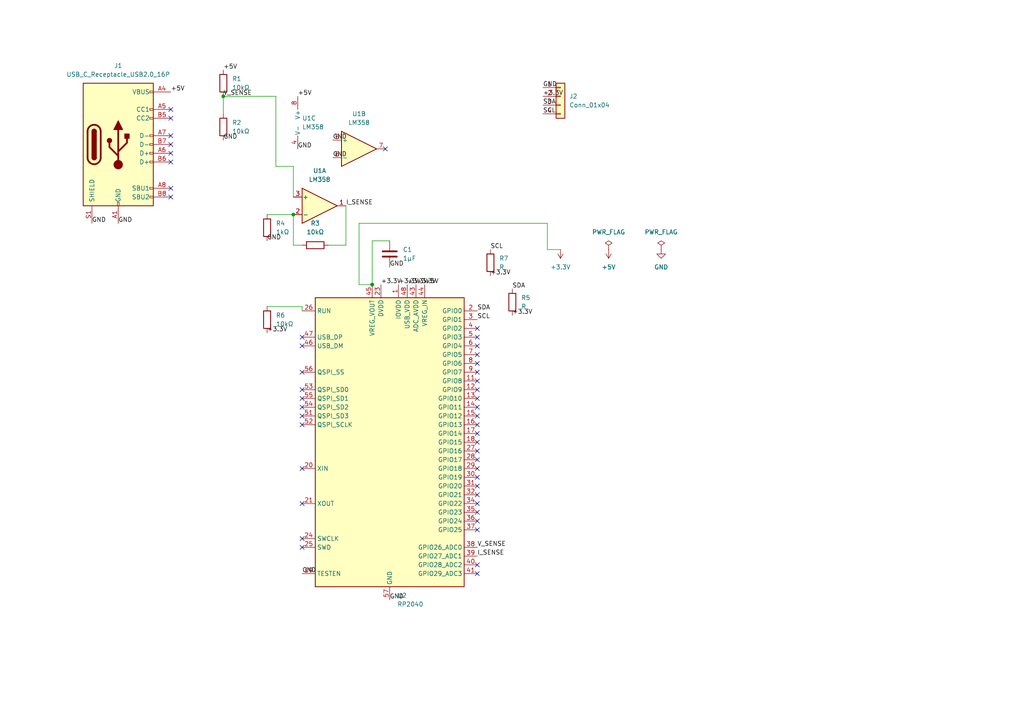
<source format=kicad_sch>
(kicad_sch (version 20231120) (generator "eeschema") (generator_version "8.0")
  (paper "A4")
  (lib_symbols
    (symbol "Amplifier_Operational:LM358" (pin_names (offset 0.127))
      (property "Reference" "U" (at 0 5.08 0))
      (property "Value" "LM358" (at 0 -5.08 0))
      (symbol "LM358_1_1"
        (polyline (pts (xy -5.08 5.08) (xy 5.08 0) (xy -5.08 -5.08) (xy -5.08 5.08)) (stroke (width 0.254)) (fill (type background)))
        (pin output line (at 7.62 0 180) (length 2.54) (name "~") (number "1"))
        (pin input line (at -7.62 -2.54 0) (length 2.54) (name "-") (number "2"))
        (pin input line (at -7.62 2.54 0) (length 2.54) (name "+") (number "3"))
      )
      (symbol "LM358_2_1"
        (polyline (pts (xy -5.08 5.08) (xy 5.08 0) (xy -5.08 -5.08) (xy -5.08 5.08)) (stroke (width 0.254)) (fill (type background)))
        (pin input line (at -7.62 2.54 0) (length 2.54) (name "+") (number "5"))
        (pin input line (at -7.62 -2.54 0) (length 2.54) (name "-") (number "6"))
        (pin output line (at 7.62 0 180) (length 2.54) (name "~") (number "7"))
      )
      (symbol "LM358_3_1"
        (pin power_in line (at -2.54 -7.62 90) (length 3.81) (name "V-") (number "4"))
        (pin power_in line (at -2.54 7.62 270) (length 3.81) (name "V+") (number "8"))
      )
    )
    (symbol "Connector:USB_C_Receptacle_USB2.0_16P" (pin_names (offset 1.016))
      (property "Reference" "J" (at 0 22.225 0))
      (property "Value" "USB_C_Receptacle_USB2.0_16P" (at 0 19.685 0))
      (symbol "USB_C_Receptacle_USB2.0_16P_0_0"
        (rectangle (start -0.254 -17.78) (end 0.254 -16.764))
        (rectangle (start 10.16 -14.986) (end 9.144 -15.494))
        (rectangle (start 10.16 -12.446) (end 9.144 -12.954))
        (rectangle (start 10.16 -4.826) (end 9.144 -5.334))
        (rectangle (start 10.16 -2.286) (end 9.144 -2.794))
        (rectangle (start 10.16 0.254) (end 9.144 -0.254))
        (rectangle (start 10.16 2.794) (end 9.144 2.286))
        (rectangle (start 10.16 7.874) (end 9.144 7.366))
        (rectangle (start 10.16 10.414) (end 9.144 9.906))
        (rectangle (start 10.16 15.494) (end 9.144 14.986))
      )
      (symbol "USB_C_Receptacle_USB2.0_16P_0_1"
        (rectangle (start -10.16 17.78) (end 10.16 -17.78) (stroke (width 0.254)) (fill (type background)))
        (arc (start -8.89 -3.81) (mid -6.985 -5.7067) (end -5.08 -3.81) (stroke (width 0.508)))
        (arc (start -7.62 -3.81) (mid -6.985 -4.4423) (end -6.35 -3.81) (stroke (width 0.254)))
        (arc (start -7.62 -3.81) (mid -6.985 -4.4423) (end -6.35 -3.81) (stroke (width 0.254)) (fill (type outline)))
        (rectangle (start -7.62 -3.81) (end -6.35 3.81) (stroke (width 0.254)) (fill (type outline)))
        (arc (start -6.35 3.81) (mid -6.985 4.4423) (end -7.62 3.81) (stroke (width 0.254)))
        (arc (start -6.35 3.81) (mid -6.985 4.4423) (end -7.62 3.81) (stroke (width 0.254)) (fill (type outline)))
        (arc (start -5.08 3.81) (mid -6.985 5.7067) (end -8.89 3.81) (stroke (width 0.508)))
        (circle (center -2.54 1.143) (radius 0.635) (stroke (width 0.254)) (fill (type outline)))
        (circle (center 0 -5.842) (radius 1.27) (fill (type outline)))
        (polyline (pts (xy -8.89 -3.81) (xy -8.89 3.81)) (stroke (width 0.508)))
        (polyline (pts (xy -5.08 3.81) (xy -5.08 -3.81)) (stroke (width 0.508)))
        (polyline (pts (xy 0 -5.842) (xy 0 4.318)) (stroke (width 0.508)))
        (polyline (pts (xy 0 -3.302) (xy -2.54 -0.762) (xy -2.54 0.508)) (stroke (width 0.508)))
        (polyline (pts (xy 0 -2.032) (xy 2.54 0.508) (xy 2.54 1.778)) (stroke (width 0.508)))
        (polyline (pts (xy -1.27 4.318) (xy 0 6.858) (xy 1.27 4.318) (xy -1.27 4.318)) (stroke (width 0.254)) (fill (type outline)))
        (rectangle (start 1.905 1.778) (end 3.175 3.048) (stroke (width 0.254)) (fill (type outline)))
      )
      (symbol "USB_C_Receptacle_USB2.0_16P_1_1"
        (pin passive line (at 0 -22.86 90) (length 5.08) (name "GND") (number "A1"))
        (pin passive line (at 0 -22.86 90) (length 5.08) hide (name "GND") (number "A12"))
        (pin passive line (at 15.24 15.24 180) (length 5.08) (name "VBUS") (number "A4"))
        (pin bidirectional line (at 15.24 10.16 180) (length 5.08) (name "CC1") (number "A5"))
        (pin bidirectional line (at 15.24 -2.54 180) (length 5.08) (name "D+") (number "A6"))
        (pin bidirectional line (at 15.24 2.54 180) (length 5.08) (name "D-") (number "A7"))
        (pin bidirectional line (at 15.24 -12.7 180) (length 5.08) (name "SBU1") (number "A8"))
        (pin passive line (at 15.24 15.24 180) (length 5.08) hide (name "VBUS") (number "A9"))
        (pin passive line (at 0 -22.86 90) (length 5.08) hide (name "GND") (number "B1"))
        (pin passive line (at 0 -22.86 90) (length 5.08) hide (name "GND") (number "B12"))
        (pin passive line (at 15.24 15.24 180) (length 5.08) hide (name "VBUS") (number "B4"))
        (pin bidirectional line (at 15.24 7.62 180) (length 5.08) (name "CC2") (number "B5"))
        (pin bidirectional line (at 15.24 -5.08 180) (length 5.08) (name "D+") (number "B6"))
        (pin bidirectional line (at 15.24 0 180) (length 5.08) (name "D-") (number "B7"))
        (pin bidirectional line (at 15.24 -15.24 180) (length 5.08) (name "SBU2") (number "B8"))
        (pin passive line (at 15.24 15.24 180) (length 5.08) hide (name "VBUS") (number "B9"))
        (pin passive line (at -7.62 -22.86 90) (length 5.08) (name "SHIELD") (number "S1"))
      )
    )
    (symbol "Connector_Generic:Conn_01x04" (pin_names (offset 1.016) hide)
      (property "Reference" "J" (at 0 5.08 0))
      (property "Value" "Conn_01x04" (at 0 -7.62 0))
      (symbol "Conn_01x04_1_1"
        (rectangle (start -1.27 -4.953) (end 0 -5.207) (stroke (width 0.1524)))
        (rectangle (start -1.27 -2.413) (end 0 -2.667) (stroke (width 0.1524)))
        (rectangle (start -1.27 0.127) (end 0 -0.127) (stroke (width 0.1524)))
        (rectangle (start -1.27 2.667) (end 0 2.413) (stroke (width 0.1524)))
        (rectangle (start -1.27 3.81) (end 1.27 -6.35) (stroke (width 0.254)) (fill (type background)))
        (pin passive line (at -5.08 2.54 0) (length 3.81) (name "Pin_1") (number "1"))
        (pin passive line (at -5.08 0 0) (length 3.81) (name "Pin_2") (number "2"))
        (pin passive line (at -5.08 -2.54 0) (length 3.81) (name "Pin_3") (number "3"))
        (pin passive line (at -5.08 -5.08 0) (length 3.81) (name "Pin_4") (number "4"))
      )
    )
    (symbol "Device:C" (pin_numbers hide) (pin_names (offset 0.254))
      (property "Reference" "C" (at 0.635 2.54 0))
      (property "Value" "C" (at 0.635 -2.54 0))
      (symbol "C_0_1"
        (polyline (pts (xy -2.032 -0.762) (xy 2.032 -0.762)) (stroke (width 0.508)))
        (polyline (pts (xy -2.032 0.762) (xy 2.032 0.762)) (stroke (width 0.508)))
      )
      (symbol "C_1_1"
        (pin passive line (at 0 3.81 270) (length 2.794) (name "~") (number "1"))
        (pin passive line (at 0 -3.81 90) (length 2.794) (name "~") (number "2"))
      )
    )
    (symbol "Device:R" (pin_numbers hide) (pin_names (offset 0))
      (property "Reference" "R" (at 2.032 0 90))
      (property "Value" "R" (at 0 0 90))
      (symbol "R_0_1"
        (rectangle (start -1.016 -2.54) (end 1.016 2.54) (stroke (width 0.254)))
      )
      (symbol "R_1_1"
        (pin passive line (at 0 3.81 270) (length 1.27) (name "~") (number "1"))
        (pin passive line (at 0 -3.81 90) (length 1.27) (name "~") (number "2"))
      )
    )
    (symbol "MCU_RaspberryPi:RP2040"
      (property "Reference" "U" (at 17.78 45.72 0))
      (property "Value" "RP2040" (at 17.78 43.18 0))
      (symbol "RP2040_0_1"
        (rectangle (start -21.59 41.91) (end 21.59 -41.91) (stroke (width 0.254)) (fill (type background)))
      )
      (symbol "RP2040_1_1"
        (pin power_in line (at 2.54 45.72 270) (length 3.81) (name "IOVDD") (number "1"))
        (pin passive line (at 2.54 45.72 270) (length 3.81) hide (name "IOVDD") (number "10"))
        (pin bidirectional line (at 25.4 17.78 180) (length 3.81) (name "GPIO8") (number "11"))
        (pin bidirectional line (at 25.4 15.24 180) (length 3.81) (name "GPIO9") (number "12"))
        (pin bidirectional line (at 25.4 12.7 180) (length 3.81) (name "GPIO10") (number "13"))
        (pin bidirectional line (at 25.4 10.16 180) (length 3.81) (name "GPIO11") (number "14"))
        (pin bidirectional line (at 25.4 7.62 180) (length 3.81) (name "GPIO12") (number "15"))
        (pin bidirectional line (at 25.4 5.08 180) (length 3.81) (name "GPIO13") (number "16"))
        (pin bidirectional line (at 25.4 2.54 180) (length 3.81) (name "GPIO14") (number "17"))
        (pin bidirectional line (at 25.4 0 180) (length 3.81) (name "GPIO15") (number "18"))
        (pin input line (at -25.4 -38.1 0) (length 3.81) (name "TESTEN") (number "19"))
        (pin bidirectional line (at 25.4 38.1 180) (length 3.81) (name "GPIO0") (number "2"))
        (pin input line (at -25.4 -7.62 0) (length 3.81) (name "XIN") (number "20"))
        (pin passive line (at -25.4 -17.78 0) (length 3.81) (name "XOUT") (number "21"))
        (pin passive line (at 2.54 45.72 270) (length 3.81) hide (name "IOVDD") (number "22"))
        (pin power_in line (at -2.54 45.72 270) (length 3.81) (name "DVDD") (number "23"))
        (pin input line (at -25.4 -27.94 0) (length 3.81) (name "SWCLK") (number "24"))
        (pin bidirectional line (at -25.4 -30.48 0) (length 3.81) (name "SWD") (number "25"))
        (pin input line (at -25.4 38.1 0) (length 3.81) (name "RUN") (number "26"))
        (pin bidirectional line (at 25.4 -2.54 180) (length 3.81) (name "GPIO16") (number "27"))
        (pin bidirectional line (at 25.4 -5.08 180) (length 3.81) (name "GPIO17") (number "28"))
        (pin bidirectional line (at 25.4 -7.62 180) (length 3.81) (name "GPIO18") (number "29"))
        (pin bidirectional line (at 25.4 35.56 180) (length 3.81) (name "GPIO1") (number "3"))
        (pin bidirectional line (at 25.4 -10.16 180) (length 3.81) (name "GPIO19") (number "30"))
        (pin bidirectional line (at 25.4 -12.7 180) (length 3.81) (name "GPIO20") (number "31"))
        (pin bidirectional line (at 25.4 -15.24 180) (length 3.81) (name "GPIO21") (number "32"))
        (pin passive line (at 2.54 45.72 270) (length 3.81) hide (name "IOVDD") (number "33"))
        (pin bidirectional line (at 25.4 -17.78 180) (length 3.81) (name "GPIO22") (number "34"))
        (pin bidirectional line (at 25.4 -20.32 180) (length 3.81) (name "GPIO23") (number "35"))
        (pin bidirectional line (at 25.4 -22.86 180) (length 3.81) (name "GPIO24") (number "36"))
        (pin bidirectional line (at 25.4 -25.4 180) (length 3.81) (name "GPIO25") (number "37"))
        (pin bidirectional line (at 25.4 -30.48 180) (length 3.81) (name "GPIO26_ADC0") (number "38"))
        (pin bidirectional line (at 25.4 -33.02 180) (length 3.81) (name "GPIO27_ADC1") (number "39"))
        (pin bidirectional line (at 25.4 33.02 180) (length 3.81) (name "GPIO2") (number "4"))
        (pin bidirectional line (at 25.4 -35.56 180) (length 3.81) (name "GPIO28_ADC2") (number "40"))
        (pin bidirectional line (at 25.4 -38.1 180) (length 3.81) (name "GPIO29_ADC3") (number "41"))
        (pin passive line (at 2.54 45.72 270) (length 3.81) hide (name "IOVDD") (number "42"))
        (pin power_in line (at 7.62 45.72 270) (length 3.81) (name "ADC_AVDD") (number "43"))
        (pin power_in line (at 10.16 45.72 270) (length 3.81) (name "VREG_IN") (number "44"))
        (pin power_out line (at -5.08 45.72 270) (length 3.81) (name "VREG_VOUT") (number "45"))
        (pin bidirectional line (at -25.4 27.94 0) (length 3.81) (name "USB_DM") (number "46"))
        (pin bidirectional line (at -25.4 30.48 0) (length 3.81) (name "USB_DP") (number "47"))
        (pin power_in line (at 5.08 45.72 270) (length 3.81) (name "USB_VDD") (number "48"))
        (pin passive line (at 2.54 45.72 270) (length 3.81) hide (name "IOVDD") (number "49"))
        (pin bidirectional line (at 25.4 30.48 180) (length 3.81) (name "GPIO3") (number "5"))
        (pin passive line (at -2.54 45.72 270) (length 3.81) hide (name "DVDD") (number "50"))
        (pin bidirectional line (at -25.4 7.62 0) (length 3.81) (name "QSPI_SD3") (number "51"))
        (pin output line (at -25.4 5.08 0) (length 3.81) (name "QSPI_SCLK") (number "52"))
        (pin bidirectional line (at -25.4 15.24 0) (length 3.81) (name "QSPI_SD0") (number "53"))
        (pin bidirectional line (at -25.4 10.16 0) (length 3.81) (name "QSPI_SD2") (number "54"))
        (pin bidirectional line (at -25.4 12.7 0) (length 3.81) (name "QSPI_SD1") (number "55"))
        (pin bidirectional line (at -25.4 20.32 0) (length 3.81) (name "QSPI_SS") (number "56"))
        (pin power_in line (at 0 -45.72 90) (length 3.81) (name "GND") (number "57"))
        (pin bidirectional line (at 25.4 27.94 180) (length 3.81) (name "GPIO4") (number "6"))
        (pin bidirectional line (at 25.4 25.4 180) (length 3.81) (name "GPIO5") (number "7"))
        (pin bidirectional line (at 25.4 22.86 180) (length 3.81) (name "GPIO6") (number "8"))
        (pin bidirectional line (at 25.4 20.32 180) (length 3.81) (name "GPIO7") (number "9"))
      )
    )
    (symbol "power:+3.3V" (power) (pin_numbers hide) (pin_names (offset 0) hide)
      (property "Value" "+3.3V" (at 0 3.556 0))
      (symbol "+3.3V_0_1"
        (polyline (pts (xy -0.762 1.27) (xy 0 2.54)))
        (polyline (pts (xy 0 0) (xy 0 2.54)))
        (polyline (pts (xy 0 2.54) (xy 0.762 1.27)))
      )
      (symbol "+3.3V_1_1"
        (pin power_in line (at 0 0 90) (length 0) (name "~") (number "1"))
      )
    )
    (symbol "power:+5V" (power) (pin_numbers hide) (pin_names (offset 0) hide)
      (property "Value" "+5V" (at 0 3.556 0))
      (symbol "+5V_0_1"
        (polyline (pts (xy -0.762 1.27) (xy 0 2.54)))
        (polyline (pts (xy 0 0) (xy 0 2.54)))
        (polyline (pts (xy 0 2.54) (xy 0.762 1.27)))
      )
      (symbol "+5V_1_1"
        (pin power_in line (at 0 0 90) (length 0) (name "~") (number "1"))
      )
    )
    (symbol "power:GND" (power) (pin_numbers hide) (pin_names (offset 0) hide)
      (property "Value" "GND" (at 0 -3.81 0))
      (symbol "GND_0_1"
        (polyline (pts (xy 0 0) (xy 0 -1.27) (xy 1.27 -1.27) (xy 0 -2.54) (xy -1.27 -1.27) (xy 0 -1.27)))
      )
      (symbol "GND_1_1"
        (pin power_in line (at 0 0 270) (length 0) (name "~") (number "1"))
      )
    )
    (symbol "power:PWR_FLAG" (power) (pin_numbers hide) (pin_names (offset 0) hide)
      (property "Value" "PWR_FLAG" (at 0 3.81 0))
      (symbol "PWR_FLAG_0_0"
        (pin power_out line (at 0 0 90) (length 0) (name "~") (number "1"))
      )
      (symbol "PWR_FLAG_0_1"
        (polyline (pts (xy 0 0) (xy 0 1.27) (xy -1.016 1.905) (xy 0 2.54) (xy 1.016 1.905) (xy 0 1.27)))
      )
    )
  )
  (junction (at 64.77 27.94))
  (junction (at 85.09 62.23))
  (junction (at 107.95 82.55))
  (no_connect (at 138.43 123.19))
  (no_connect (at 49.53 41.91))
  (no_connect (at 138.43 143.51))
  (no_connect (at 87.63 146.05))
  (no_connect (at 138.43 113.03))
  (no_connect (at 49.53 44.45))
  (no_connect (at 87.63 158.75))
  (no_connect (at 87.63 113.03))
  (no_connect (at 87.63 97.79))
  (no_connect (at 138.43 133.35))
  (no_connect (at 138.43 146.05))
  (no_connect (at 138.43 130.81))
  (no_connect (at 87.63 120.65))
  (no_connect (at 138.43 110.49))
  (no_connect (at 138.43 125.73))
  (no_connect (at 138.43 128.27))
  (no_connect (at 138.43 140.97))
  (no_connect (at 138.43 95.25))
  (no_connect (at 138.43 148.59))
  (no_connect (at 138.43 100.33))
  (no_connect (at 87.63 135.89))
  (no_connect (at 87.63 123.19))
  (no_connect (at 49.53 39.37))
  (no_connect (at 138.43 118.11))
  (no_connect (at 138.43 105.41))
  (no_connect (at 138.43 166.37))
  (no_connect (at 49.53 57.15))
  (no_connect (at 138.43 115.57))
  (no_connect (at 87.63 100.33))
  (no_connect (at 138.43 138.43))
  (no_connect (at 138.43 120.65))
  (no_connect (at 138.43 163.83))
  (no_connect (at 87.63 118.11))
  (no_connect (at 49.53 54.61))
  (no_connect (at 138.43 102.87))
  (no_connect (at 49.53 46.99))
  (no_connect (at 138.43 153.67))
  (no_connect (at 87.63 156.21))
  (no_connect (at 138.43 151.13))
  (no_connect (at 49.53 31.75))
  (no_connect (at 138.43 107.95))
  (no_connect (at 49.53 34.29))
  (no_connect (at 138.43 97.79))
  (no_connect (at 111.76 43.18))
  (no_connect (at 87.63 107.95))
  (no_connect (at 87.63 115.57))
  (no_connect (at 138.43 135.89))
  (wire (pts (xy 100.33 71.12) (xy 100.33 59.69)))
  (wire (pts (xy 85.09 57.15) (xy 85.09 48.26)))
  (wire (pts (xy 107.95 69.85) (xy 113.03 69.85)))
  (wire (pts (xy 80.01 27.94) (xy 64.77 27.94)))
  (wire (pts (xy 85.09 71.12) (xy 85.09 62.23)))
  (wire (pts (xy 104.14 82.55) (xy 107.95 82.55)))
  (wire (pts (xy 104.14 64.77) (xy 104.14 82.55)))
  (wire (pts (xy 64.77 27.94) (xy 64.77 33.02)))
  (wire (pts (xy 77.47 62.23) (xy 85.09 62.23)))
  (wire (pts (xy 162.56 72.39) (xy 158.75 72.39)))
  (wire (pts (xy 87.63 71.12) (xy 85.09 71.12)))
  (wire (pts (xy 158.75 64.77) (xy 104.14 64.77)))
  (wire (pts (xy 87.63 90.17) (xy 87.63 88.9)))
  (wire (pts (xy 80.01 48.26) (xy 80.01 27.94)))
  (wire (pts (xy 77.47 88.9) (xy 87.63 88.9)))
  (wire (pts (xy 85.09 48.26) (xy 80.01 48.26)))
  (wire (pts (xy 95.25 71.12) (xy 100.33 71.12)))
  (wire (pts (xy 158.75 72.39) (xy 158.75 64.77)))
  (wire (pts (xy 107.95 82.55) (xy 107.95 69.85)))
  (label "GND" (at 86.36 43.18 0))
  (label "GND" (at 113.03 173.99 0))
  (label "V_SENSE" (at 138.43 158.75 0))
  (label "GND" (at 96.52 45.72 0))
  (label "GND" (at 157.48 25.4 0))
  (label "SCL" (at 157.48 33.02 0))
  (label "SDA" (at 157.48 30.48 0))
  (label "GND" (at 34.29 64.77 0))
  (label "SCL" (at 138.43 92.71 0))
  (label "SDA" (at 138.43 90.17 0))
  (label "GND" (at 64.77 40.64 0))
  (label "+3.3V" (at 157.48 27.94 0))
  (label "SDA" (at 148.59 83.82 0))
  (label "+3.3V" (at 115.57 82.55 0))
  (label "V_SENSE" (at 64.77 27.94 0))
  (label "SCL" (at 142.24 72.39 0))
  (label "+3.3V" (at 118.11 82.55 0))
  (label "+5V" (at 86.36 27.94 0))
  (label "+3.3V" (at 148.59 91.44 0))
  (label "GND" (at 77.47 69.85 0))
  (label "GND" (at 26.67 64.77 0))
  (label "+5V" (at 49.53 26.67 0))
  (label "+3.3V" (at 77.47 96.52 0))
  (label "+3.3V" (at 142.24 80.01 0))
  (label "I_SENSE" (at 100.33 59.69 0))
  (label "+3.3V" (at 120.65 82.55 0))
  (label "+5V" (at 123.19 82.55 0))
  (label "GND" (at 87.63 166.37 0))
  (label "GND" (at 96.52 40.64 0))
  (label "I_SENSE" (at 138.43 161.29 0))
  (label "+5V" (at 64.77 20.32 0))
  (label "GND" (at 113.03 77.47 0))
  (label "+3.3V" (at 110.49 82.55 0))
  (symbol (lib_id "Device:R") (at 77.47 66.04 0) (unit 1)
    (property "Reference" "R4" (at 80.01 64.7699 0) (effects (justify left)))
    (property "Value" "1kΩ" (at 80.01 67.3099 0) (effects (justify left)))
    (property "Footprint" "Resistor_SMD:R_0805_2012Metric" (effects (hide yes)))
    (property "Description" "Resistor" (effects (hide yes)))
  )
  (symbol (lib_id "Connector:USB_C_Receptacle_USB2.0_16P") (at 34.29 41.91 0) (unit 1)
    (property "Reference" "J1" (at 34.29 19.05 0))
    (property "Value" "USB_C_Receptacle_USB2.0_16P" (at 34.29 21.59 0))
    (property "Footprint" "Connector_USB:USB_C_Receptacle_HRO_TYPE-C-31-M-12" (effects (hide yes)))
    (property "Datasheet" "https://www.usb.org/sites/default/files/documents/usb_type-c.zip" (effects (hide yes)))
    (property "Description" "USB 2.0-only 16P Type-C Receptacle connector" (effects (hide yes)))
  )
  (symbol (lib_id "power:+5V") (at 176.53 72.39 180) (unit 1)
    (property "Reference" "#PWR02" (effects (hide yes)))
    (property "Value" "+5V" (at 176.53 77.47 0))
    (property "Description" "Power symbol creates a global label with name \"+5V\"" (effects (hide yes)))
  )
  (symbol (lib_id "Device:R") (at 64.77 24.13 0) (unit 1)
    (property "Reference" "R1" (at 67.31 22.8599 0) (effects (justify left)))
    (property "Value" "10kΩ" (at 67.31 25.3999 0) (effects (justify left)))
    (property "Footprint" "Resistor_SMD:R_0805_2012Metric" (effects (hide yes)))
    (property "Description" "Resistor" (effects (hide yes)))
  )
  (symbol (lib_id "power:PWR_FLAG") (at 191.77 72.39 0) (unit 1)
    (property "Reference" "#FLG01" (effects (hide yes)))
    (property "Value" "PWR_FLAG" (at 191.77 67.31 0))
    (property "Description" "Special symbol for telling ERC where power comes from" (effects (hide yes)))
  )
  (symbol (lib_id "Device:C") (at 113.03 73.66 0) (unit 1)
    (property "Reference" "C1" (at 116.84 72.3899 0) (effects (justify left)))
    (property "Value" "1µF" (at 116.84 74.9299 0) (effects (justify left)))
    (property "Footprint" "Capacitor_SMD:C_0805_2012Metric" (effects (hide yes)))
    (property "Description" "Unpolarized capacitor" (effects (hide yes)))
  )
  (symbol (lib_id "power:+3.3V") (at 162.56 72.39 180) (unit 1)
    (property "Reference" "#PWR03" (effects (hide yes)))
    (property "Value" "+3.3V" (at 162.56 77.47 0))
    (property "Description" "Power symbol creates a global label with name \"+3.3V\"" (effects (hide yes)))
  )
  (symbol (lib_id "Amplifier_Operational:LM358") (at 88.9 35.56 0) (unit 3)
    (property "Reference" "U1" (at 87.63 34.2899 0) (effects (justify left)))
    (property "Value" "LM358" (at 87.63 36.8299 0) (effects (justify left)))
    (property "Footprint" "Package_SO:SOIC-8_3.9x4.9mm_P1.27mm" (effects (hide yes)))
    (property "Datasheet" "http://www.ti.com/lit/ds/symlink/lm2904-n.pdf" (effects (hide yes)))
    (property "Description" "Low-Power, Dual Operational Amplifiers, DIP-8/SOIC-8/TO-99-8" (effects (hide yes)))
  )
  (symbol (lib_id "Device:R") (at 77.47 92.71 0) (unit 1)
    (property "Reference" "R6" (at 80.01 91.4399 0) (effects (justify left)))
    (property "Value" "10kΩ" (at 80.01 93.9799 0) (effects (justify left)))
    (property "Footprint" "Resistor_SMD:R_0805_2012Metric" (effects (hide yes)))
    (property "Description" "Resistor" (effects (hide yes)))
  )
  (symbol (lib_id "MCU_RaspberryPi:RP2040") (at 113.03 128.27 0) (unit 1)
    (property "Reference" "U2" (at 115.2241 172.72 0) (effects (justify left)))
    (property "Value" "RP2040" (at 115.2241 175.26 0) (effects (justify left)))
    (property "Footprint" "Package_DFN_QFN:QFN-56-1EP_7x7mm_P0.4mm_EP3.2x3.2mm" (effects (hide yes)))
    (property "Datasheet" "https://datasheets.raspberrypi.com/rp2040/rp2040-datasheet.pdf" (effects (hide yes)))
    (property "Description" "A microcontroller by Raspberry Pi" (effects (hide yes)))
  )
  (symbol (lib_id "Device:R") (at 91.44 71.12 90) (unit 1)
    (property "Reference" "R3" (at 91.44 64.77 90))
    (property "Value" "10kΩ" (at 91.44 67.31 90))
    (property "Footprint" "Resistor_SMD:R_0805_2012Metric" (effects (hide yes)))
    (property "Description" "Resistor" (effects (hide yes)))
  )
  (symbol (lib_id "power:PWR_FLAG") (at 176.53 72.39 0) (unit 1)
    (property "Reference" "#FLG02" (effects (hide yes)))
    (property "Value" "PWR_FLAG" (at 176.53 67.31 0))
    (property "Description" "Special symbol for telling ERC where power comes from" (effects (hide yes)))
  )
  (symbol (lib_id "Amplifier_Operational:LM358") (at 104.14 43.18 0) (unit 2)
    (property "Reference" "U1" (at 104.14 33.02 0))
    (property "Value" "LM358" (at 104.14 35.56 0))
    (property "Footprint" "Package_SO:SOIC-8_3.9x4.9mm_P1.27mm" (effects (hide yes)))
    (property "Datasheet" "http://www.ti.com/lit/ds/symlink/lm2904-n.pdf" (effects (hide yes)))
    (property "Description" "Low-Power, Dual Operational Amplifiers, DIP-8/SOIC-8/TO-99-8" (effects (hide yes)))
  )
  (symbol (lib_id "power:GND") (at 191.77 72.39 0) (unit 1)
    (property "Reference" "#PWR01" (effects (hide yes)))
    (property "Value" "GND" (at 191.77 77.47 0))
    (property "Description" "Power symbol creates a global label with name \"GND\" , ground" (effects (hide yes)))
  )
  (symbol (lib_id "Device:R") (at 148.59 87.63 0) (unit 1)
    (property "Reference" "R5" (at 151.13 86.3599 0) (effects (justify left)))
    (property "Value" "R" (at 151.13 88.8999 0) (effects (justify left)))
    (property "Footprint" "Resistor_SMD:R_0805_2012Metric" (effects (hide yes)))
    (property "Description" "Resistor" (effects (hide yes)))
  )
  (symbol (lib_id "Connector_Generic:Conn_01x04") (at 162.56 27.94 0) (unit 1)
    (property "Reference" "J2" (at 165.1 27.9399 0) (effects (justify left)))
    (property "Value" "Conn_01x04" (at 165.1 30.4799 0) (effects (justify left)))
    (property "Footprint" "Connector_PinHeader_2.54mm:PinHeader_1x04_P2.54mm_Vertical" (effects (hide yes)))
    (property "Description" "Generic connector, single row, 01x04, script generated (kicad-library-utils/schlib/autogen/connector/)" (effects (hide yes)))
  )
  (symbol (lib_id "Device:R") (at 142.24 76.2 0) (unit 1)
    (property "Reference" "R7" (at 144.78 74.9299 0) (effects (justify left)))
    (property "Value" "R" (at 144.78 77.4699 0) (effects (justify left)))
    (property "Footprint" "Resistor_SMD:R_0805_2012Metric" (effects (hide yes)))
    (property "Description" "Resistor" (effects (hide yes)))
  )
  (symbol (lib_id "Amplifier_Operational:LM358") (at 92.71 59.69 0) (unit 1)
    (property "Reference" "U1" (at 92.71 49.53 0))
    (property "Value" "LM358" (at 92.71 52.07 0))
    (property "Footprint" "Package_SO:SOIC-8_3.9x4.9mm_P1.27mm" (effects (hide yes)))
    (property "Datasheet" "http://www.ti.com/lit/ds/symlink/lm2904-n.pdf" (effects (hide yes)))
    (property "Description" "Low-Power, Dual Operational Amplifiers, DIP-8/SOIC-8/TO-99-8" (effects (hide yes)))
  )
  (symbol (lib_id "Device:R") (at 64.77 36.83 0) (unit 1)
    (property "Reference" "R2" (at 67.31 35.5599 0) (effects (justify left)))
    (property "Value" "10kΩ" (at 67.31 38.0999 0) (effects (justify left)))
    (property "Footprint" "Resistor_SMD:R_0805_2012Metric" (effects (hide yes)))
    (property "Description" "Resistor" (effects (hide yes)))
  )
)
</source>
